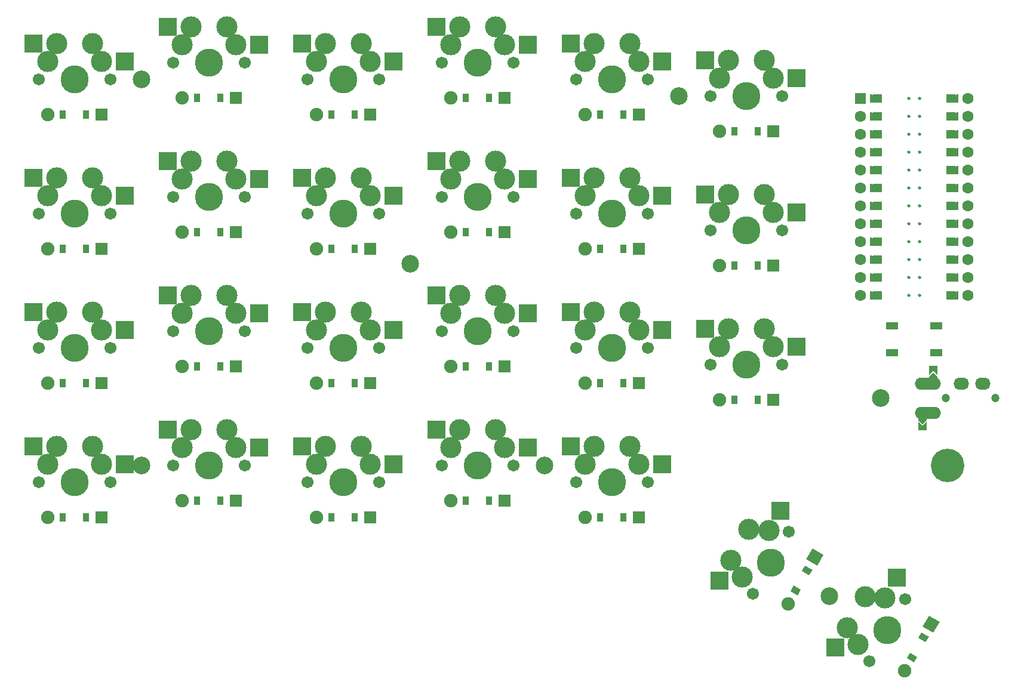
<source format=gts>
%TF.GenerationSoftware,KiCad,Pcbnew,(5.1.9)-1*%
%TF.CreationDate,2021-08-27T08:52:58-07:00*%
%TF.ProjectId,small,736d616c-6c2e-46b6-9963-61645f706362,VERSION_HERE*%
%TF.SameCoordinates,Original*%
%TF.FileFunction,Soldermask,Top*%
%TF.FilePolarity,Negative*%
%FSLAX46Y46*%
G04 Gerber Fmt 4.6, Leading zero omitted, Abs format (unit mm)*
G04 Created by KiCad (PCBNEW (5.1.9)-1) date 2021-08-27 08:52:58*
%MOMM*%
%LPD*%
G01*
G04 APERTURE LIST*
%ADD10C,0.100000*%
%ADD11C,0.250000*%
%ADD12O,3.700000X1.700000*%
%ADD13C,1.200000*%
%ADD14O,2.200000X1.700000*%
%ADD15R,1.700000X1.000000*%
%ADD16R,1.600000X1.600000*%
%ADD17C,1.600000*%
%ADD18R,0.900000X1.200000*%
%ADD19C,1.905000*%
%ADD20R,1.778000X1.778000*%
%ADD21C,4.750000*%
%ADD22C,2.500000*%
%ADD23C,3.987800*%
%ADD24C,1.701800*%
%ADD25C,3.000000*%
%ADD26R,2.550000X2.500000*%
G04 APERTURE END LIST*
D10*
%TO.C,MCU1*%
G36*
X264001840Y-104584880D02*
G01*
X264001840Y-105600880D01*
X262985840Y-105600880D01*
X262985840Y-104584880D01*
X264001840Y-104584880D01*
G37*
X264001840Y-104584880D02*
X264001840Y-105600880D01*
X262985840Y-105600880D01*
X262985840Y-104584880D01*
X264001840Y-104584880D01*
G36*
X264001840Y-107124880D02*
G01*
X264001840Y-108140880D01*
X262985840Y-108140880D01*
X262985840Y-107124880D01*
X264001840Y-107124880D01*
G37*
X264001840Y-107124880D02*
X264001840Y-108140880D01*
X262985840Y-108140880D01*
X262985840Y-107124880D01*
X264001840Y-107124880D01*
G36*
X264001840Y-109664880D02*
G01*
X264001840Y-110680880D01*
X262985840Y-110680880D01*
X262985840Y-109664880D01*
X264001840Y-109664880D01*
G37*
X264001840Y-109664880D02*
X264001840Y-110680880D01*
X262985840Y-110680880D01*
X262985840Y-109664880D01*
X264001840Y-109664880D01*
G36*
X264001840Y-112204880D02*
G01*
X264001840Y-113220880D01*
X262985840Y-113220880D01*
X262985840Y-112204880D01*
X264001840Y-112204880D01*
G37*
X264001840Y-112204880D02*
X264001840Y-113220880D01*
X262985840Y-113220880D01*
X262985840Y-112204880D01*
X264001840Y-112204880D01*
G36*
X264001840Y-114744880D02*
G01*
X264001840Y-115760880D01*
X262985840Y-115760880D01*
X262985840Y-114744880D01*
X264001840Y-114744880D01*
G37*
X264001840Y-114744880D02*
X264001840Y-115760880D01*
X262985840Y-115760880D01*
X262985840Y-114744880D01*
X264001840Y-114744880D01*
G36*
X264001840Y-117284880D02*
G01*
X264001840Y-118300880D01*
X262985840Y-118300880D01*
X262985840Y-117284880D01*
X264001840Y-117284880D01*
G37*
X264001840Y-117284880D02*
X264001840Y-118300880D01*
X262985840Y-118300880D01*
X262985840Y-117284880D01*
X264001840Y-117284880D01*
G36*
X264001840Y-119824880D02*
G01*
X264001840Y-120840880D01*
X262985840Y-120840880D01*
X262985840Y-119824880D01*
X264001840Y-119824880D01*
G37*
X264001840Y-119824880D02*
X264001840Y-120840880D01*
X262985840Y-120840880D01*
X262985840Y-119824880D01*
X264001840Y-119824880D01*
G36*
X264001840Y-122364880D02*
G01*
X264001840Y-123380880D01*
X262985840Y-123380880D01*
X262985840Y-122364880D01*
X264001840Y-122364880D01*
G37*
X264001840Y-122364880D02*
X264001840Y-123380880D01*
X262985840Y-123380880D01*
X262985840Y-122364880D01*
X264001840Y-122364880D01*
G36*
X264001840Y-124904880D02*
G01*
X264001840Y-125920880D01*
X262985840Y-125920880D01*
X262985840Y-124904880D01*
X264001840Y-124904880D01*
G37*
X264001840Y-124904880D02*
X264001840Y-125920880D01*
X262985840Y-125920880D01*
X262985840Y-124904880D01*
X264001840Y-124904880D01*
G36*
X264001840Y-127444880D02*
G01*
X264001840Y-128460880D01*
X262985840Y-128460880D01*
X262985840Y-127444880D01*
X264001840Y-127444880D01*
G37*
X264001840Y-127444880D02*
X264001840Y-128460880D01*
X262985840Y-128460880D01*
X262985840Y-127444880D01*
X264001840Y-127444880D01*
G36*
X264001840Y-129984880D02*
G01*
X264001840Y-131000880D01*
X262985840Y-131000880D01*
X262985840Y-129984880D01*
X264001840Y-129984880D01*
G37*
X264001840Y-129984880D02*
X264001840Y-131000880D01*
X262985840Y-131000880D01*
X262985840Y-129984880D01*
X264001840Y-129984880D01*
G36*
X264001840Y-132524880D02*
G01*
X264001840Y-133540880D01*
X262985840Y-133540880D01*
X262985840Y-132524880D01*
X264001840Y-132524880D01*
G37*
X264001840Y-132524880D02*
X264001840Y-133540880D01*
X262985840Y-133540880D01*
X262985840Y-132524880D01*
X264001840Y-132524880D01*
G36*
X274161840Y-133540880D02*
G01*
X274161840Y-132524880D01*
X275177840Y-132524880D01*
X275177840Y-133540880D01*
X274161840Y-133540880D01*
G37*
X274161840Y-133540880D02*
X274161840Y-132524880D01*
X275177840Y-132524880D01*
X275177840Y-133540880D01*
X274161840Y-133540880D01*
G36*
X274161840Y-128460880D02*
G01*
X274161840Y-127444880D01*
X275177840Y-127444880D01*
X275177840Y-128460880D01*
X274161840Y-128460880D01*
G37*
X274161840Y-128460880D02*
X274161840Y-127444880D01*
X275177840Y-127444880D01*
X275177840Y-128460880D01*
X274161840Y-128460880D01*
G36*
X274161840Y-123380880D02*
G01*
X274161840Y-122364880D01*
X275177840Y-122364880D01*
X275177840Y-123380880D01*
X274161840Y-123380880D01*
G37*
X274161840Y-123380880D02*
X274161840Y-122364880D01*
X275177840Y-122364880D01*
X275177840Y-123380880D01*
X274161840Y-123380880D01*
G36*
X274161840Y-113220880D02*
G01*
X274161840Y-112204880D01*
X275177840Y-112204880D01*
X275177840Y-113220880D01*
X274161840Y-113220880D01*
G37*
X274161840Y-113220880D02*
X274161840Y-112204880D01*
X275177840Y-112204880D01*
X275177840Y-113220880D01*
X274161840Y-113220880D01*
G36*
X274161840Y-131000880D02*
G01*
X274161840Y-129984880D01*
X275177840Y-129984880D01*
X275177840Y-131000880D01*
X274161840Y-131000880D01*
G37*
X274161840Y-131000880D02*
X274161840Y-129984880D01*
X275177840Y-129984880D01*
X275177840Y-131000880D01*
X274161840Y-131000880D01*
G36*
X274161840Y-125920880D02*
G01*
X274161840Y-124904880D01*
X275177840Y-124904880D01*
X275177840Y-125920880D01*
X274161840Y-125920880D01*
G37*
X274161840Y-125920880D02*
X274161840Y-124904880D01*
X275177840Y-124904880D01*
X275177840Y-125920880D01*
X274161840Y-125920880D01*
G36*
X274161840Y-118300880D02*
G01*
X274161840Y-117284880D01*
X275177840Y-117284880D01*
X275177840Y-118300880D01*
X274161840Y-118300880D01*
G37*
X274161840Y-118300880D02*
X274161840Y-117284880D01*
X275177840Y-117284880D01*
X275177840Y-118300880D01*
X274161840Y-118300880D01*
G36*
X274161840Y-115760880D02*
G01*
X274161840Y-114744880D01*
X275177840Y-114744880D01*
X275177840Y-115760880D01*
X274161840Y-115760880D01*
G37*
X274161840Y-115760880D02*
X274161840Y-114744880D01*
X275177840Y-114744880D01*
X275177840Y-115760880D01*
X274161840Y-115760880D01*
G36*
X274161840Y-110680880D02*
G01*
X274161840Y-109664880D01*
X275177840Y-109664880D01*
X275177840Y-110680880D01*
X274161840Y-110680880D01*
G37*
X274161840Y-110680880D02*
X274161840Y-109664880D01*
X275177840Y-109664880D01*
X275177840Y-110680880D01*
X274161840Y-110680880D01*
G36*
X274161840Y-108140880D02*
G01*
X274161840Y-107124880D01*
X275177840Y-107124880D01*
X275177840Y-108140880D01*
X274161840Y-108140880D01*
G37*
X274161840Y-108140880D02*
X274161840Y-107124880D01*
X275177840Y-107124880D01*
X275177840Y-108140880D01*
X274161840Y-108140880D01*
G36*
X274161840Y-120840880D02*
G01*
X274161840Y-119824880D01*
X275177840Y-119824880D01*
X275177840Y-120840880D01*
X274161840Y-120840880D01*
G37*
X274161840Y-120840880D02*
X274161840Y-119824880D01*
X275177840Y-119824880D01*
X275177840Y-120840880D01*
X274161840Y-120840880D01*
G36*
X274161840Y-105600880D02*
G01*
X274161840Y-104584880D01*
X275177840Y-104584880D01*
X275177840Y-105600880D01*
X274161840Y-105600880D01*
G37*
X274161840Y-105600880D02*
X274161840Y-104584880D01*
X275177840Y-104584880D01*
X275177840Y-105600880D01*
X274161840Y-105600880D01*
D11*
X269968840Y-105092880D02*
G75*
G03*
X269968840Y-105092880I-125000J0D01*
G01*
X268444840Y-105092880D02*
G75*
G03*
X268444840Y-105092880I-125000J0D01*
G01*
X268444840Y-107632880D02*
G75*
G03*
X268444840Y-107632880I-125000J0D01*
G01*
X269968840Y-107632880D02*
G75*
G03*
X269968840Y-107632880I-125000J0D01*
G01*
X269968840Y-110172880D02*
G75*
G03*
X269968840Y-110172880I-125000J0D01*
G01*
X268444840Y-110172880D02*
G75*
G03*
X268444840Y-110172880I-125000J0D01*
G01*
X269968840Y-112712880D02*
G75*
G03*
X269968840Y-112712880I-125000J0D01*
G01*
X268444840Y-112712880D02*
G75*
G03*
X268444840Y-112712880I-125000J0D01*
G01*
X269968840Y-115252880D02*
G75*
G03*
X269968840Y-115252880I-125000J0D01*
G01*
X268444840Y-115252880D02*
G75*
G03*
X268444840Y-115252880I-125000J0D01*
G01*
X269968840Y-117792880D02*
G75*
G03*
X269968840Y-117792880I-125000J0D01*
G01*
X268444840Y-117792880D02*
G75*
G03*
X268444840Y-117792880I-125000J0D01*
G01*
X269968840Y-120332880D02*
G75*
G03*
X269968840Y-120332880I-125000J0D01*
G01*
X268444840Y-120332880D02*
G75*
G03*
X268444840Y-120332880I-125000J0D01*
G01*
X269968840Y-122872880D02*
G75*
G03*
X269968840Y-122872880I-125000J0D01*
G01*
X268444840Y-122872880D02*
G75*
G03*
X268444840Y-122872880I-125000J0D01*
G01*
X269968840Y-125412880D02*
G75*
G03*
X269968840Y-125412880I-125000J0D01*
G01*
X268444840Y-125412880D02*
G75*
G03*
X268444840Y-125412880I-125000J0D01*
G01*
X269968840Y-127952880D02*
G75*
G03*
X269968840Y-127952880I-125000J0D01*
G01*
X268444840Y-127952880D02*
G75*
G03*
X268444840Y-127952880I-125000J0D01*
G01*
X269968840Y-130492880D02*
G75*
G03*
X269968840Y-130492880I-125000J0D01*
G01*
X268444840Y-130492880D02*
G75*
G03*
X268444840Y-130492880I-125000J0D01*
G01*
X269968840Y-133032880D02*
G75*
G03*
X269968840Y-133032880I-125000J0D01*
G01*
X268444840Y-133032880D02*
G75*
G03*
X268444840Y-133032880I-125000J0D01*
G01*
%TD*%
D10*
%TO.C,TRRS1*%
G36*
X270881840Y-150739880D02*
G01*
X270281840Y-151339880D01*
X269681840Y-150739880D01*
X269681840Y-150439880D01*
X270881840Y-150439880D01*
X270881840Y-150739880D01*
G37*
G36*
X270881840Y-152205880D02*
G01*
X269681840Y-152205880D01*
X269681840Y-150955880D01*
X270281840Y-151555880D01*
X270881840Y-150955880D01*
X270881840Y-152205880D01*
G37*
G36*
X271181840Y-143069880D02*
G01*
X272381840Y-143069880D01*
X272381840Y-144319880D01*
X271781840Y-143719880D01*
X271181840Y-144319880D01*
X271181840Y-143069880D01*
G37*
G36*
X271181840Y-144535880D02*
G01*
X271781840Y-143935880D01*
X272381840Y-144535880D01*
X272381840Y-144835880D01*
X271181840Y-144835880D01*
X271181840Y-144535880D01*
G37*
D12*
X271031840Y-149737880D03*
D13*
X280581840Y-147637880D03*
D14*
X275781840Y-145537880D03*
X278781840Y-145537880D03*
D13*
X273581840Y-147637880D03*
D12*
X271031840Y-145537880D03*
D13*
X273581840Y-147637880D03*
X280581840Y-147637880D03*
%TD*%
D15*
%TO.C,REF\u002A\u002A*%
X272232380Y-141203710D03*
X265932380Y-141203710D03*
X272232380Y-137403710D03*
X265932380Y-137403710D03*
%TD*%
D10*
%TO.C,MCU1*%
G36*
X273657840Y-115852880D02*
G01*
X273657840Y-114652880D01*
X274907840Y-114652880D01*
X274307840Y-115252880D01*
X274907840Y-115852880D01*
X273657840Y-115852880D01*
G37*
G36*
X273657840Y-131092880D02*
G01*
X273657840Y-129892880D01*
X274907840Y-129892880D01*
X274307840Y-130492880D01*
X274907840Y-131092880D01*
X273657840Y-131092880D01*
G37*
G36*
X275123840Y-131092880D02*
G01*
X274523840Y-130492880D01*
X275123840Y-129892880D01*
X275323840Y-129892880D01*
X275323840Y-131092880D01*
X275123840Y-131092880D01*
G37*
G36*
X275123840Y-128552880D02*
G01*
X274523840Y-127952880D01*
X275123840Y-127352880D01*
X275323840Y-127352880D01*
X275323840Y-128552880D01*
X275123840Y-128552880D01*
G37*
G36*
X273657840Y-128552880D02*
G01*
X273657840Y-127352880D01*
X274907840Y-127352880D01*
X274307840Y-127952880D01*
X274907840Y-128552880D01*
X273657840Y-128552880D01*
G37*
G36*
X275123840Y-126012880D02*
G01*
X274523840Y-125412880D01*
X275123840Y-124812880D01*
X275323840Y-124812880D01*
X275323840Y-126012880D01*
X275123840Y-126012880D01*
G37*
G36*
X275123840Y-118392880D02*
G01*
X274523840Y-117792880D01*
X275123840Y-117192880D01*
X275323840Y-117192880D01*
X275323840Y-118392880D01*
X275123840Y-118392880D01*
G37*
G36*
X275123840Y-115852880D02*
G01*
X274523840Y-115252880D01*
X275123840Y-114652880D01*
X275323840Y-114652880D01*
X275323840Y-115852880D01*
X275123840Y-115852880D01*
G37*
G36*
X273657840Y-126012880D02*
G01*
X273657840Y-124812880D01*
X274907840Y-124812880D01*
X274307840Y-125412880D01*
X274907840Y-126012880D01*
X273657840Y-126012880D01*
G37*
G36*
X275123840Y-133632880D02*
G01*
X274523840Y-133032880D01*
X275123840Y-132432880D01*
X275323840Y-132432880D01*
X275323840Y-133632880D01*
X275123840Y-133632880D01*
G37*
G36*
X275123840Y-123472880D02*
G01*
X274523840Y-122872880D01*
X275123840Y-122272880D01*
X275323840Y-122272880D01*
X275323840Y-123472880D01*
X275123840Y-123472880D01*
G37*
G36*
X273657840Y-133632880D02*
G01*
X273657840Y-132432880D01*
X274907840Y-132432880D01*
X274307840Y-133032880D01*
X274907840Y-133632880D01*
X273657840Y-133632880D01*
G37*
G36*
X273657840Y-123472880D02*
G01*
X273657840Y-122272880D01*
X274907840Y-122272880D01*
X274307840Y-122872880D01*
X274907840Y-123472880D01*
X273657840Y-123472880D01*
G37*
G36*
X275123840Y-120932880D02*
G01*
X274523840Y-120332880D01*
X275123840Y-119732880D01*
X275323840Y-119732880D01*
X275323840Y-120932880D01*
X275123840Y-120932880D01*
G37*
G36*
X273657840Y-120932880D02*
G01*
X273657840Y-119732880D01*
X274907840Y-119732880D01*
X274307840Y-120332880D01*
X274907840Y-120932880D01*
X273657840Y-120932880D01*
G37*
G36*
X273657840Y-118392880D02*
G01*
X273657840Y-117192880D01*
X274907840Y-117192880D01*
X274307840Y-117792880D01*
X274907840Y-118392880D01*
X273657840Y-118392880D01*
G37*
G36*
X275123840Y-113312880D02*
G01*
X274523840Y-112712880D01*
X275123840Y-112112880D01*
X275323840Y-112112880D01*
X275323840Y-113312880D01*
X275123840Y-113312880D01*
G37*
G36*
X275123840Y-108232880D02*
G01*
X274523840Y-107632880D01*
X275123840Y-107032880D01*
X275323840Y-107032880D01*
X275323840Y-108232880D01*
X275123840Y-108232880D01*
G37*
G36*
X273657840Y-113312880D02*
G01*
X273657840Y-112112880D01*
X274907840Y-112112880D01*
X274307840Y-112712880D01*
X274907840Y-113312880D01*
X273657840Y-113312880D01*
G37*
G36*
X273657840Y-108232880D02*
G01*
X273657840Y-107032880D01*
X274907840Y-107032880D01*
X274307840Y-107632880D01*
X274907840Y-108232880D01*
X273657840Y-108232880D01*
G37*
G36*
X275123840Y-105692880D02*
G01*
X274523840Y-105092880D01*
X275123840Y-104492880D01*
X275323840Y-104492880D01*
X275323840Y-105692880D01*
X275123840Y-105692880D01*
G37*
G36*
X275123840Y-110772880D02*
G01*
X274523840Y-110172880D01*
X275123840Y-109572880D01*
X275323840Y-109572880D01*
X275323840Y-110772880D01*
X275123840Y-110772880D01*
G37*
G36*
X273657840Y-110772880D02*
G01*
X273657840Y-109572880D01*
X274907840Y-109572880D01*
X274307840Y-110172880D01*
X274907840Y-110772880D01*
X273657840Y-110772880D01*
G37*
G36*
X273657840Y-105692880D02*
G01*
X273657840Y-104492880D01*
X274907840Y-104492880D01*
X274307840Y-105092880D01*
X274907840Y-105692880D01*
X273657840Y-105692880D01*
G37*
G36*
X264505840Y-132432880D02*
G01*
X264505840Y-133632880D01*
X263255840Y-133632880D01*
X263855840Y-133032880D01*
X263255840Y-132432880D01*
X264505840Y-132432880D01*
G37*
G36*
X263039840Y-132432880D02*
G01*
X263639840Y-133032880D01*
X263039840Y-133632880D01*
X262839840Y-133632880D01*
X262839840Y-132432880D01*
X263039840Y-132432880D01*
G37*
G36*
X264505840Y-129892880D02*
G01*
X264505840Y-131092880D01*
X263255840Y-131092880D01*
X263855840Y-130492880D01*
X263255840Y-129892880D01*
X264505840Y-129892880D01*
G37*
G36*
X263039840Y-129892880D02*
G01*
X263639840Y-130492880D01*
X263039840Y-131092880D01*
X262839840Y-131092880D01*
X262839840Y-129892880D01*
X263039840Y-129892880D01*
G37*
G36*
X264505840Y-127352880D02*
G01*
X264505840Y-128552880D01*
X263255840Y-128552880D01*
X263855840Y-127952880D01*
X263255840Y-127352880D01*
X264505840Y-127352880D01*
G37*
G36*
X263039840Y-127352880D02*
G01*
X263639840Y-127952880D01*
X263039840Y-128552880D01*
X262839840Y-128552880D01*
X262839840Y-127352880D01*
X263039840Y-127352880D01*
G37*
G36*
X264505840Y-124812880D02*
G01*
X264505840Y-126012880D01*
X263255840Y-126012880D01*
X263855840Y-125412880D01*
X263255840Y-124812880D01*
X264505840Y-124812880D01*
G37*
G36*
X263039840Y-124812880D02*
G01*
X263639840Y-125412880D01*
X263039840Y-126012880D01*
X262839840Y-126012880D01*
X262839840Y-124812880D01*
X263039840Y-124812880D01*
G37*
G36*
X264505840Y-122272880D02*
G01*
X264505840Y-123472880D01*
X263255840Y-123472880D01*
X263855840Y-122872880D01*
X263255840Y-122272880D01*
X264505840Y-122272880D01*
G37*
G36*
X263039840Y-122272880D02*
G01*
X263639840Y-122872880D01*
X263039840Y-123472880D01*
X262839840Y-123472880D01*
X262839840Y-122272880D01*
X263039840Y-122272880D01*
G37*
G36*
X264505840Y-119732880D02*
G01*
X264505840Y-120932880D01*
X263255840Y-120932880D01*
X263855840Y-120332880D01*
X263255840Y-119732880D01*
X264505840Y-119732880D01*
G37*
G36*
X263039840Y-119732880D02*
G01*
X263639840Y-120332880D01*
X263039840Y-120932880D01*
X262839840Y-120932880D01*
X262839840Y-119732880D01*
X263039840Y-119732880D01*
G37*
G36*
X264505840Y-117192880D02*
G01*
X264505840Y-118392880D01*
X263255840Y-118392880D01*
X263855840Y-117792880D01*
X263255840Y-117192880D01*
X264505840Y-117192880D01*
G37*
G36*
X263039840Y-117192880D02*
G01*
X263639840Y-117792880D01*
X263039840Y-118392880D01*
X262839840Y-118392880D01*
X262839840Y-117192880D01*
X263039840Y-117192880D01*
G37*
G36*
X264505840Y-114652880D02*
G01*
X264505840Y-115852880D01*
X263255840Y-115852880D01*
X263855840Y-115252880D01*
X263255840Y-114652880D01*
X264505840Y-114652880D01*
G37*
G36*
X263039840Y-114652880D02*
G01*
X263639840Y-115252880D01*
X263039840Y-115852880D01*
X262839840Y-115852880D01*
X262839840Y-114652880D01*
X263039840Y-114652880D01*
G37*
G36*
X264505840Y-112112880D02*
G01*
X264505840Y-113312880D01*
X263255840Y-113312880D01*
X263855840Y-112712880D01*
X263255840Y-112112880D01*
X264505840Y-112112880D01*
G37*
G36*
X263039840Y-112112880D02*
G01*
X263639840Y-112712880D01*
X263039840Y-113312880D01*
X262839840Y-113312880D01*
X262839840Y-112112880D01*
X263039840Y-112112880D01*
G37*
G36*
X264505840Y-109572880D02*
G01*
X264505840Y-110772880D01*
X263255840Y-110772880D01*
X263855840Y-110172880D01*
X263255840Y-109572880D01*
X264505840Y-109572880D01*
G37*
G36*
X263039840Y-109572880D02*
G01*
X263639840Y-110172880D01*
X263039840Y-110772880D01*
X262839840Y-110772880D01*
X262839840Y-109572880D01*
X263039840Y-109572880D01*
G37*
G36*
X264505840Y-107032880D02*
G01*
X264505840Y-108232880D01*
X263255840Y-108232880D01*
X263855840Y-107632880D01*
X263255840Y-107032880D01*
X264505840Y-107032880D01*
G37*
G36*
X263039840Y-107032880D02*
G01*
X263639840Y-107632880D01*
X263039840Y-108232880D01*
X262839840Y-108232880D01*
X262839840Y-107032880D01*
X263039840Y-107032880D01*
G37*
D16*
X261461840Y-105092880D03*
D10*
G36*
X264505840Y-104492880D02*
G01*
X264505840Y-105692880D01*
X263255840Y-105692880D01*
X263855840Y-105092880D01*
X263255840Y-104492880D01*
X264505840Y-104492880D01*
G37*
G36*
X263039840Y-104492880D02*
G01*
X263639840Y-105092880D01*
X263039840Y-105692880D01*
X262839840Y-105692880D01*
X262839840Y-104492880D01*
X263039840Y-104492880D01*
G37*
D17*
X276701840Y-105092880D03*
X276701840Y-107632880D03*
X276701840Y-110172880D03*
X276701840Y-112712880D03*
X276701840Y-115252880D03*
X276701840Y-117792880D03*
X276701840Y-120332880D03*
X276701840Y-122872880D03*
X276701840Y-125412880D03*
X276701840Y-127952880D03*
X276701840Y-130492880D03*
X276701840Y-133032880D03*
X261461840Y-133032880D03*
X261461840Y-130492880D03*
X261461840Y-127952880D03*
X261461840Y-125412880D03*
X261461840Y-122872880D03*
X261461840Y-120332880D03*
X261461840Y-117792880D03*
X261461840Y-115252880D03*
X261461840Y-112712880D03*
X261461840Y-110172880D03*
X261461840Y-107632880D03*
X261461840Y-105092880D03*
%TD*%
D18*
%TO.C,D7*%
X151669340Y-107394130D03*
X148369340Y-107394130D03*
D19*
X146209340Y-107394130D03*
D20*
X153829340Y-107394130D03*
%TD*%
D18*
%TO.C,D1*%
X151669340Y-164544130D03*
X148369340Y-164544130D03*
D19*
X146209340Y-164544130D03*
D20*
X153829340Y-164544130D03*
%TD*%
D18*
%TO.C,D3*%
X151669340Y-145494130D03*
X148369340Y-145494130D03*
D19*
X146209340Y-145494130D03*
D20*
X153829340Y-145494130D03*
%TD*%
D18*
%TO.C,D5*%
X151669340Y-126444130D03*
X148369340Y-126444130D03*
D19*
X146209340Y-126444130D03*
D20*
X153829340Y-126444130D03*
%TD*%
D18*
%TO.C,D9*%
X170719340Y-162162880D03*
X167419340Y-162162880D03*
D19*
X165259340Y-162162880D03*
D20*
X172879340Y-162162880D03*
%TD*%
D18*
%TO.C,D11*%
X170719340Y-143112880D03*
X167419340Y-143112880D03*
D19*
X165259340Y-143112880D03*
D20*
X172879340Y-143112880D03*
%TD*%
D18*
%TO.C,D13*%
X170719340Y-124062880D03*
X167419340Y-124062880D03*
D19*
X165259340Y-124062880D03*
D20*
X172879340Y-124062880D03*
%TD*%
D18*
%TO.C,D15*%
X170719340Y-105012880D03*
X167419340Y-105012880D03*
D19*
X165259340Y-105012880D03*
D20*
X172879340Y-105012880D03*
%TD*%
D18*
%TO.C,D17*%
X189769340Y-164544130D03*
X186469340Y-164544130D03*
D19*
X184309340Y-164544130D03*
D20*
X191929340Y-164544130D03*
%TD*%
D18*
%TO.C,D19*%
X189769340Y-145494130D03*
X186469340Y-145494130D03*
D19*
X184309340Y-145494130D03*
D20*
X191929340Y-145494130D03*
%TD*%
D18*
%TO.C,D21*%
X189769340Y-126444130D03*
X186469340Y-126444130D03*
D19*
X184309340Y-126444130D03*
D20*
X191929340Y-126444130D03*
%TD*%
D18*
%TO.C,D23*%
X189769340Y-107394130D03*
X186469340Y-107394130D03*
D19*
X184309340Y-107394130D03*
D20*
X191929340Y-107394130D03*
%TD*%
D18*
%TO.C,D25*%
X208819340Y-162162880D03*
X205519340Y-162162880D03*
D19*
X203359340Y-162162880D03*
D20*
X210979340Y-162162880D03*
%TD*%
D18*
%TO.C,D27*%
X208819340Y-143112880D03*
X205519340Y-143112880D03*
D19*
X203359340Y-143112880D03*
D20*
X210979340Y-143112880D03*
%TD*%
D18*
%TO.C,D29*%
X208819340Y-124062880D03*
X205519340Y-124062880D03*
D19*
X203359340Y-124062880D03*
D20*
X210979340Y-124062880D03*
%TD*%
D18*
%TO.C,D31*%
X208819340Y-105012880D03*
X205519340Y-105012880D03*
D19*
X203359340Y-105012880D03*
D20*
X210979340Y-105012880D03*
%TD*%
D18*
%TO.C,D33*%
X227869340Y-164544130D03*
X224569340Y-164544130D03*
D19*
X222409340Y-164544130D03*
D20*
X230029340Y-164544130D03*
%TD*%
D18*
%TO.C,D35*%
X227869340Y-145494130D03*
X224569340Y-145494130D03*
D19*
X222409340Y-145494130D03*
D20*
X230029340Y-145494130D03*
%TD*%
D18*
%TO.C,D37*%
X227869340Y-126444130D03*
X224569340Y-126444130D03*
D19*
X222409340Y-126444130D03*
D20*
X230029340Y-126444130D03*
%TD*%
D18*
%TO.C,D39*%
X227869340Y-107394130D03*
X224569340Y-107394130D03*
D19*
X222409340Y-107394130D03*
D20*
X230029340Y-107394130D03*
%TD*%
D18*
%TO.C,D41*%
X246919340Y-147875380D03*
X243619340Y-147875380D03*
D19*
X241459340Y-147875380D03*
D20*
X249079340Y-147875380D03*
%TD*%
D18*
%TO.C,D43*%
X246919340Y-128825380D03*
X243619340Y-128825380D03*
D19*
X241459340Y-128825380D03*
D20*
X249079340Y-128825380D03*
%TD*%
D18*
%TO.C,D45*%
X246919340Y-109775380D03*
X243619340Y-109775380D03*
D19*
X241459340Y-109775380D03*
D20*
X249079340Y-109775380D03*
%TD*%
D10*
%TO.C,D47*%
G36*
X270114028Y-180889639D02*
G01*
X271153258Y-181489639D01*
X270703258Y-182269061D01*
X269664028Y-181669061D01*
X270114028Y-180889639D01*
G37*
G36*
X268464028Y-183747523D02*
G01*
X269503258Y-184347523D01*
X269053258Y-185126945D01*
X268014028Y-184526945D01*
X268464028Y-183747523D01*
G37*
D19*
X267678643Y-186307849D03*
D10*
G36*
X271163246Y-178494338D02*
G01*
X272703040Y-179383338D01*
X271814040Y-180923132D01*
X270274246Y-180034132D01*
X271163246Y-178494338D01*
G37*
%TD*%
%TO.C,D49*%
G36*
X253616244Y-171364639D02*
G01*
X254655474Y-171964639D01*
X254205474Y-172744061D01*
X253166244Y-172144061D01*
X253616244Y-171364639D01*
G37*
G36*
X251966244Y-174222523D02*
G01*
X253005474Y-174822523D01*
X252555474Y-175601945D01*
X251516244Y-175001945D01*
X251966244Y-174222523D01*
G37*
D19*
X251180859Y-176782849D03*
D10*
G36*
X254665462Y-168969338D02*
G01*
X256205256Y-169858338D01*
X255316256Y-171398132D01*
X253776462Y-170509132D01*
X254665462Y-168969338D01*
G37*
%TD*%
D21*
%TO.C,Ref\u002A\u002A*%
X273844900Y-157163160D03*
%TD*%
D22*
%TO.C,REF\u002A\u002A*%
X264319860Y-147638120D03*
%TD*%
%TO.C,REF\u002A\u002A*%
X257005014Y-175746162D03*
%TD*%
%TO.C,REF\u002A\u002A*%
X235744740Y-104775440D03*
%TD*%
%TO.C,REF\u002A\u002A*%
X216694660Y-157163160D03*
%TD*%
%TO.C,REF\u002A\u002A*%
X197644580Y-128588040D03*
%TD*%
%TO.C,REF\u002A\u002A*%
X159544420Y-157163160D03*
%TD*%
%TO.C,REF\u002A\u002A*%
X159544420Y-102394180D03*
%TD*%
D23*
%TO.C,S1*%
X150019340Y-159544130D03*
D24*
X155099340Y-159544130D03*
X144939340Y-159544130D03*
D25*
X152559340Y-154464130D03*
X146209340Y-157004130D03*
X147479340Y-154464130D03*
X153829340Y-157004130D03*
D26*
X157104340Y-157004130D03*
X144177340Y-154464130D03*
%TD*%
D23*
%TO.C,S2*%
X150019340Y-140494130D03*
D24*
X155099340Y-140494130D03*
X144939340Y-140494130D03*
D25*
X152559340Y-135414130D03*
X146209340Y-137954130D03*
X147479340Y-135414130D03*
X153829340Y-137954130D03*
D26*
X157104340Y-137954130D03*
X144177340Y-135414130D03*
%TD*%
D23*
%TO.C,S3*%
X150019340Y-121444130D03*
D24*
X155099340Y-121444130D03*
X144939340Y-121444130D03*
D25*
X152559340Y-116364130D03*
X146209340Y-118904130D03*
X147479340Y-116364130D03*
X153829340Y-118904130D03*
D26*
X157104340Y-118904130D03*
X144177340Y-116364130D03*
%TD*%
D23*
%TO.C,S4*%
X150019340Y-102394130D03*
D24*
X155099340Y-102394130D03*
X144939340Y-102394130D03*
D25*
X152559340Y-97314130D03*
X146209340Y-99854130D03*
X147479340Y-97314130D03*
X153829340Y-99854130D03*
D26*
X157104340Y-99854130D03*
X144177340Y-97314130D03*
%TD*%
D23*
%TO.C,S5*%
X169069340Y-157162880D03*
D24*
X174149340Y-157162880D03*
X163989340Y-157162880D03*
D25*
X171609340Y-152082880D03*
X165259340Y-154622880D03*
X166529340Y-152082880D03*
X172879340Y-154622880D03*
D26*
X176154340Y-154622880D03*
X163227340Y-152082880D03*
%TD*%
D23*
%TO.C,S6*%
X169069340Y-138112880D03*
D24*
X174149340Y-138112880D03*
X163989340Y-138112880D03*
D25*
X171609340Y-133032880D03*
X165259340Y-135572880D03*
X166529340Y-133032880D03*
X172879340Y-135572880D03*
D26*
X176154340Y-135572880D03*
X163227340Y-133032880D03*
%TD*%
D23*
%TO.C,S7*%
X169069340Y-119063000D03*
D24*
X174149340Y-119063000D03*
X163989340Y-119063000D03*
D25*
X171609340Y-113983000D03*
X165259340Y-116523000D03*
X166529340Y-113983000D03*
X172879340Y-116523000D03*
D26*
X176154340Y-116523000D03*
X163227340Y-113983000D03*
%TD*%
D23*
%TO.C,S8*%
X169069340Y-100012880D03*
D24*
X174149340Y-100012880D03*
X163989340Y-100012880D03*
D25*
X171609340Y-94932880D03*
X165259340Y-97472880D03*
X166529340Y-94932880D03*
X172879340Y-97472880D03*
D26*
X176154340Y-97472880D03*
X163227340Y-94932880D03*
%TD*%
D23*
%TO.C,S9*%
X188119340Y-159544130D03*
D24*
X193199340Y-159544130D03*
X183039340Y-159544130D03*
D25*
X190659340Y-154464130D03*
X184309340Y-157004130D03*
X185579340Y-154464130D03*
X191929340Y-157004130D03*
D26*
X195204340Y-157004130D03*
X182277340Y-154464130D03*
%TD*%
D23*
%TO.C,S10*%
X188119340Y-140494130D03*
D24*
X193199340Y-140494130D03*
X183039340Y-140494130D03*
D25*
X190659340Y-135414130D03*
X184309340Y-137954130D03*
X185579340Y-135414130D03*
X191929340Y-137954130D03*
D26*
X195204340Y-137954130D03*
X182277340Y-135414130D03*
%TD*%
D23*
%TO.C,S11*%
X188119340Y-121444130D03*
D24*
X193199340Y-121444130D03*
X183039340Y-121444130D03*
D25*
X190659340Y-116364130D03*
X184309340Y-118904130D03*
X185579340Y-116364130D03*
X191929340Y-118904130D03*
D26*
X195204340Y-118904130D03*
X182277340Y-116364130D03*
%TD*%
D23*
%TO.C,S12*%
X188119340Y-102394130D03*
D24*
X193199340Y-102394130D03*
X183039340Y-102394130D03*
D25*
X190659340Y-97314130D03*
X184309340Y-99854130D03*
X185579340Y-97314130D03*
X191929340Y-99854130D03*
D26*
X195204340Y-99854130D03*
X182277340Y-97314130D03*
%TD*%
D23*
%TO.C,S13*%
X207169340Y-157162880D03*
D24*
X212249340Y-157162880D03*
X202089340Y-157162880D03*
D25*
X209709340Y-152082880D03*
X203359340Y-154622880D03*
X204629340Y-152082880D03*
X210979340Y-154622880D03*
D26*
X214254340Y-154622880D03*
X201327340Y-152082880D03*
%TD*%
D23*
%TO.C,S14*%
X207169340Y-138112880D03*
D24*
X212249340Y-138112880D03*
X202089340Y-138112880D03*
D25*
X209709340Y-133032880D03*
X203359340Y-135572880D03*
X204629340Y-133032880D03*
X210979340Y-135572880D03*
D26*
X214254340Y-135572880D03*
X201327340Y-133032880D03*
%TD*%
D23*
%TO.C,S15*%
X207169340Y-119062880D03*
D24*
X212249340Y-119062880D03*
X202089340Y-119062880D03*
D25*
X209709340Y-113982880D03*
X203359340Y-116522880D03*
X204629340Y-113982880D03*
X210979340Y-116522880D03*
D26*
X214254340Y-116522880D03*
X201327340Y-113982880D03*
%TD*%
D23*
%TO.C,S16*%
X207169340Y-100012880D03*
D24*
X212249340Y-100012880D03*
X202089340Y-100012880D03*
D25*
X209709340Y-94932880D03*
X203359340Y-97472880D03*
X204629340Y-94932880D03*
X210979340Y-97472880D03*
D26*
X214254340Y-97472880D03*
X201327340Y-94932880D03*
%TD*%
D23*
%TO.C,S17*%
X226219340Y-159544130D03*
D24*
X231299340Y-159544130D03*
X221139340Y-159544130D03*
D25*
X228759340Y-154464130D03*
X222409340Y-157004130D03*
X223679340Y-154464130D03*
X230029340Y-157004130D03*
D26*
X233304340Y-157004130D03*
X220377340Y-154464130D03*
%TD*%
D23*
%TO.C,S18*%
X226219340Y-140494130D03*
D24*
X231299340Y-140494130D03*
X221139340Y-140494130D03*
D25*
X228759340Y-135414130D03*
X222409340Y-137954130D03*
X223679340Y-135414130D03*
X230029340Y-137954130D03*
D26*
X233304340Y-137954130D03*
X220377340Y-135414130D03*
%TD*%
D23*
%TO.C,S19*%
X226219340Y-121444130D03*
D24*
X231299340Y-121444130D03*
X221139340Y-121444130D03*
D25*
X228759340Y-116364130D03*
X222409340Y-118904130D03*
X223679340Y-116364130D03*
X230029340Y-118904130D03*
D26*
X233304340Y-118904130D03*
X220377340Y-116364130D03*
%TD*%
D23*
%TO.C,S20*%
X226219340Y-102394130D03*
D24*
X231299340Y-102394130D03*
X221139340Y-102394130D03*
D25*
X228759340Y-97314130D03*
X222409340Y-99854130D03*
X223679340Y-97314130D03*
X230029340Y-99854130D03*
D26*
X233304340Y-99854130D03*
X220377340Y-97314130D03*
%TD*%
D23*
%TO.C,S21*%
X245269340Y-142875380D03*
D24*
X250349340Y-142875380D03*
X240189340Y-142875380D03*
D25*
X247809340Y-137795380D03*
X241459340Y-140335380D03*
X242729340Y-137795380D03*
X249079340Y-140335380D03*
D26*
X252354340Y-140335380D03*
X239427340Y-137795380D03*
%TD*%
D23*
%TO.C,S22*%
X245269340Y-123825380D03*
D24*
X250349340Y-123825380D03*
X240189340Y-123825380D03*
D25*
X247809340Y-118745380D03*
X241459340Y-121285380D03*
X242729340Y-118745380D03*
X249079340Y-121285380D03*
D26*
X252354340Y-121285380D03*
X239427340Y-118745380D03*
%TD*%
D23*
%TO.C,S23*%
X245269340Y-104775380D03*
D24*
X250349340Y-104775380D03*
X240189340Y-104775380D03*
D25*
X247809340Y-99695380D03*
X241459340Y-102235380D03*
X242729340Y-99695380D03*
X249079340Y-102235380D03*
D26*
X252354340Y-102235380D03*
X239427340Y-99695380D03*
%TD*%
D23*
%TO.C,S24*%
X265253516Y-180508292D03*
D24*
X267793516Y-176108883D03*
X262713516Y-184907701D03*
D25*
X262124107Y-175768587D03*
X261148811Y-182537849D03*
X259584107Y-180167997D03*
X264958811Y-175938735D03*
D26*
X266596311Y-173102502D03*
X257933107Y-183027612D03*
%TD*%
D23*
%TO.C,S25*%
X248755732Y-170983292D03*
D24*
X251295732Y-166583883D03*
X246215732Y-175382701D03*
D25*
X245626323Y-166243587D03*
X244651027Y-173012849D03*
X243086323Y-170642997D03*
X248461027Y-166413735D03*
D26*
X250098527Y-163577502D03*
X241435323Y-173502612D03*
%TD*%
M02*

</source>
